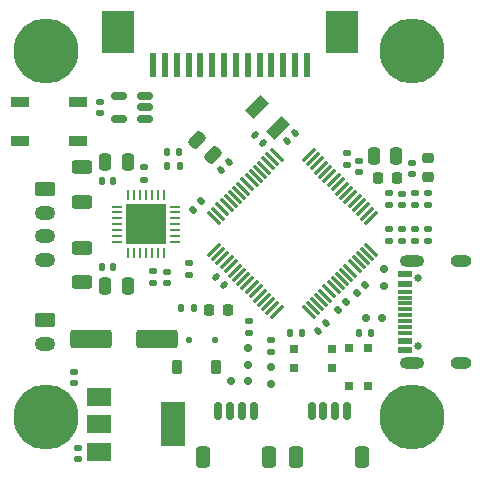
<source format=gbr>
%TF.GenerationSoftware,KiCad,Pcbnew,8.0.3*%
%TF.CreationDate,2024-10-19T15:47:34-04:00*%
%TF.ProjectId,Axis_Basic,41786973-5f42-4617-9369-632e6b696361,rev?*%
%TF.SameCoordinates,Original*%
%TF.FileFunction,Soldermask,Top*%
%TF.FilePolarity,Negative*%
%FSLAX46Y46*%
G04 Gerber Fmt 4.6, Leading zero omitted, Abs format (unit mm)*
G04 Created by KiCad (PCBNEW 8.0.3) date 2024-10-19 15:47:34*
%MOMM*%
%LPD*%
G01*
G04 APERTURE LIST*
G04 Aperture macros list*
%AMRoundRect*
0 Rectangle with rounded corners*
0 $1 Rounding radius*
0 $2 $3 $4 $5 $6 $7 $8 $9 X,Y pos of 4 corners*
0 Add a 4 corners polygon primitive as box body*
4,1,4,$2,$3,$4,$5,$6,$7,$8,$9,$2,$3,0*
0 Add four circle primitives for the rounded corners*
1,1,$1+$1,$2,$3*
1,1,$1+$1,$4,$5*
1,1,$1+$1,$6,$7*
1,1,$1+$1,$8,$9*
0 Add four rect primitives between the rounded corners*
20,1,$1+$1,$2,$3,$4,$5,0*
20,1,$1+$1,$4,$5,$6,$7,0*
20,1,$1+$1,$6,$7,$8,$9,0*
20,1,$1+$1,$8,$9,$2,$3,0*%
%AMRotRect*
0 Rectangle, with rotation*
0 The origin of the aperture is its center*
0 $1 length*
0 $2 width*
0 $3 Rotation angle, in degrees counterclockwise*
0 Add horizontal line*
21,1,$1,$2,0,0,$3*%
G04 Aperture macros list end*
%ADD10RoundRect,0.140000X-0.021213X0.219203X-0.219203X0.021213X0.021213X-0.219203X0.219203X-0.021213X0*%
%ADD11RoundRect,0.135000X-0.185000X0.135000X-0.185000X-0.135000X0.185000X-0.135000X0.185000X0.135000X0*%
%ADD12RoundRect,0.250000X-0.625000X0.350000X-0.625000X-0.350000X0.625000X-0.350000X0.625000X0.350000X0*%
%ADD13O,1.750000X1.200000*%
%ADD14RoundRect,0.140000X0.170000X-0.140000X0.170000X0.140000X-0.170000X0.140000X-0.170000X-0.140000X0*%
%ADD15RoundRect,0.150000X-0.150000X-0.625000X0.150000X-0.625000X0.150000X0.625000X-0.150000X0.625000X0*%
%ADD16RoundRect,0.250000X-0.350000X-0.650000X0.350000X-0.650000X0.350000X0.650000X-0.350000X0.650000X0*%
%ADD17RoundRect,0.150000X0.200000X-0.150000X0.200000X0.150000X-0.200000X0.150000X-0.200000X-0.150000X0*%
%ADD18RoundRect,0.135000X0.185000X-0.135000X0.185000X0.135000X-0.185000X0.135000X-0.185000X-0.135000X0*%
%ADD19R,0.750000X0.700000*%
%ADD20C,5.500000*%
%ADD21RoundRect,0.250000X0.625000X-0.312500X0.625000X0.312500X-0.625000X0.312500X-0.625000X-0.312500X0*%
%ADD22RoundRect,0.250000X0.250000X0.475000X-0.250000X0.475000X-0.250000X-0.475000X0.250000X-0.475000X0*%
%ADD23RoundRect,0.062500X0.062500X-0.337500X0.062500X0.337500X-0.062500X0.337500X-0.062500X-0.337500X0*%
%ADD24RoundRect,0.062500X0.337500X-0.062500X0.337500X0.062500X-0.337500X0.062500X-0.337500X-0.062500X0*%
%ADD25R,3.350000X3.350000*%
%ADD26R,0.610000X2.000000*%
%ADD27R,2.680000X3.600000*%
%ADD28RoundRect,0.140000X-0.170000X0.140000X-0.170000X-0.140000X0.170000X-0.140000X0.170000X0.140000X0*%
%ADD29RoundRect,0.150000X0.512500X0.150000X-0.512500X0.150000X-0.512500X-0.150000X0.512500X-0.150000X0*%
%ADD30RoundRect,0.135000X0.135000X0.185000X-0.135000X0.185000X-0.135000X-0.185000X0.135000X-0.185000X0*%
%ADD31RoundRect,0.140000X0.140000X0.170000X-0.140000X0.170000X-0.140000X-0.170000X0.140000X-0.170000X0*%
%ADD32RoundRect,0.218750X-0.218750X-0.256250X0.218750X-0.256250X0.218750X0.256250X-0.218750X0.256250X0*%
%ADD33R,2.000000X1.500000*%
%ADD34R,2.000000X3.800000*%
%ADD35RoundRect,0.135000X0.035355X-0.226274X0.226274X-0.035355X-0.035355X0.226274X-0.226274X0.035355X0*%
%ADD36RoundRect,0.250000X-0.250000X-0.475000X0.250000X-0.475000X0.250000X0.475000X-0.250000X0.475000X0*%
%ADD37RoundRect,0.150000X-0.150000X-0.200000X0.150000X-0.200000X0.150000X0.200000X-0.150000X0.200000X0*%
%ADD38RoundRect,0.250000X1.500000X0.550000X-1.500000X0.550000X-1.500000X-0.550000X1.500000X-0.550000X0*%
%ADD39RoundRect,0.225000X-0.225000X-0.375000X0.225000X-0.375000X0.225000X0.375000X-0.225000X0.375000X0*%
%ADD40RoundRect,0.140000X-0.219203X-0.021213X-0.021213X-0.219203X0.219203X0.021213X0.021213X0.219203X0*%
%ADD41RoundRect,0.218750X0.256250X-0.218750X0.256250X0.218750X-0.256250X0.218750X-0.256250X-0.218750X0*%
%ADD42R,0.700000X0.750000*%
%ADD43RoundRect,0.135000X-0.135000X-0.185000X0.135000X-0.185000X0.135000X0.185000X-0.135000X0.185000X0*%
%ADD44RoundRect,0.075000X-0.521491X0.415425X0.415425X-0.521491X0.521491X-0.415425X-0.415425X0.521491X0*%
%ADD45RoundRect,0.075000X-0.521491X-0.415425X-0.415425X-0.521491X0.521491X0.415425X0.415425X0.521491X0*%
%ADD46RoundRect,0.250000X0.512652X0.159099X0.159099X0.512652X-0.512652X-0.159099X-0.159099X-0.512652X0*%
%ADD47RoundRect,0.140000X0.021213X-0.219203X0.219203X-0.021213X-0.021213X0.219203X-0.219203X0.021213X0*%
%ADD48RoundRect,0.125000X-0.125000X-0.125000X0.125000X-0.125000X0.125000X0.125000X-0.125000X0.125000X0*%
%ADD49R,1.500000X0.900000*%
%ADD50RoundRect,0.135000X-0.035355X0.226274X-0.226274X0.035355X0.035355X-0.226274X0.226274X-0.035355X0*%
%ADD51C,0.650000*%
%ADD52R,1.150000X0.600000*%
%ADD53R,1.150000X0.300000*%
%ADD54O,2.100000X1.000000*%
%ADD55O,1.800000X1.000000*%
%ADD56RoundRect,0.150000X0.150000X0.200000X-0.150000X0.200000X-0.150000X-0.200000X0.150000X-0.200000X0*%
%ADD57RoundRect,0.250000X-0.625000X0.312500X-0.625000X-0.312500X0.625000X-0.312500X0.625000X0.312500X0*%
%ADD58RotRect,1.000000X1.800000X315.000000*%
%ADD59RoundRect,0.150000X-0.200000X0.150000X-0.200000X-0.150000X0.200000X-0.150000X0.200000X0.150000X0*%
G04 APERTURE END LIST*
D10*
%TO.C,C8*%
X158239411Y-107560589D03*
X157560589Y-108239411D03*
%TD*%
D11*
%TO.C,R11*%
X151700000Y-107390000D03*
X151700000Y-108410000D03*
%TD*%
%TO.C,R7*%
X166900000Y-99590000D03*
X166900000Y-100610000D03*
%TD*%
D12*
%TO.C,J5*%
X134450000Y-107300000D03*
D13*
X134450000Y-109300000D03*
%TD*%
D14*
%TO.C,C1*%
X136900000Y-112680000D03*
X136900000Y-111720000D03*
%TD*%
D15*
%TO.C,J3*%
X157000000Y-115025000D03*
X158000000Y-115025000D03*
X159000000Y-115025000D03*
X160000000Y-115025000D03*
D16*
X155700000Y-118900000D03*
X161300000Y-118900000D03*
%TD*%
D17*
%TO.C,D4*%
X151600000Y-109700000D03*
X151600000Y-111100000D03*
%TD*%
D18*
%TO.C,R3*%
X163600000Y-100610000D03*
X163600000Y-99590000D03*
%TD*%
D19*
%TO.C,SW1*%
X160200000Y-112900000D03*
X160200000Y-109700000D03*
X161800000Y-112900000D03*
X161800000Y-109700000D03*
%TD*%
D20*
%TO.C,H1*%
X165500000Y-115500000D03*
%TD*%
D14*
%TO.C,C9*%
X161000000Y-94780000D03*
X161000000Y-93820000D03*
%TD*%
D21*
%TO.C,R21*%
X137537470Y-97291912D03*
X137537470Y-94366912D03*
%TD*%
D22*
%TO.C,C18*%
X141450000Y-93950000D03*
X139550000Y-93950000D03*
%TD*%
D18*
%TO.C,R6*%
X160000000Y-94210000D03*
X160000000Y-93190000D03*
%TD*%
%TO.C,R16*%
X142800000Y-95410000D03*
X142800000Y-94390000D03*
%TD*%
D23*
%TO.C,U4*%
X141487500Y-101650000D03*
X141987500Y-101650000D03*
X142487500Y-101650000D03*
X142987500Y-101650000D03*
X143487500Y-101650000D03*
X143987500Y-101650000D03*
X144487500Y-101650000D03*
D24*
X145437500Y-100700000D03*
X145437500Y-100200000D03*
X145437500Y-99700000D03*
X145437500Y-99200000D03*
X145437500Y-98700000D03*
X145437500Y-98200000D03*
X145437500Y-97700000D03*
D23*
X144487500Y-96750000D03*
X143987500Y-96750000D03*
X143487500Y-96750000D03*
X142987500Y-96750000D03*
X142487500Y-96750000D03*
X141987500Y-96750000D03*
X141487500Y-96750000D03*
D24*
X140537500Y-97700000D03*
X140537500Y-98200000D03*
X140537500Y-98700000D03*
X140537500Y-99200000D03*
X140537500Y-99700000D03*
X140537500Y-100200000D03*
X140537500Y-100700000D03*
D25*
X142987500Y-99200000D03*
%TD*%
D26*
%TO.C,J6*%
X156600000Y-85750000D03*
X155600000Y-85750000D03*
X154600000Y-85750000D03*
X153600000Y-85750000D03*
X152600000Y-85750000D03*
X151600000Y-85750000D03*
X150600000Y-85750000D03*
X149600000Y-85750000D03*
X148600000Y-85750000D03*
X147600000Y-85750000D03*
X146600000Y-85750000D03*
X145600000Y-85750000D03*
X144600000Y-85750000D03*
X143600000Y-85750000D03*
D27*
X159590000Y-82950000D03*
X140610000Y-82950000D03*
%TD*%
D28*
%TO.C,C14*%
X146600000Y-102520000D03*
X146600000Y-103480000D03*
%TD*%
D29*
%TO.C,U5*%
X142937500Y-90250000D03*
X142937500Y-89300000D03*
X142937500Y-88350000D03*
X140662500Y-88350000D03*
X140662500Y-90250000D03*
%TD*%
D12*
%TO.C,J2*%
X134432353Y-96229412D03*
D13*
X134432353Y-98229412D03*
X134432353Y-100229412D03*
X134432353Y-102229412D03*
%TD*%
D28*
%TO.C,C4*%
X137200000Y-118120000D03*
X137200000Y-119080000D03*
%TD*%
D30*
%TO.C,R19*%
X147010000Y-106300000D03*
X145990000Y-106300000D03*
%TD*%
D31*
%TO.C,C17*%
X140180000Y-102850000D03*
X139220000Y-102850000D03*
%TD*%
D32*
%TO.C,L1*%
X162625000Y-95300000D03*
X164200000Y-95300000D03*
%TD*%
D18*
%TO.C,R13*%
X165800000Y-97610000D03*
X165800000Y-96590000D03*
%TD*%
D33*
%TO.C,U2*%
X139000000Y-113850000D03*
X139000000Y-116150000D03*
D34*
X145300000Y-116150000D03*
D33*
X139000000Y-118450000D03*
%TD*%
D10*
%TO.C,C2*%
X155639411Y-91460589D03*
X154960589Y-92139411D03*
%TD*%
D35*
%TO.C,R10*%
X159239376Y-106460624D03*
X159960624Y-105739376D03*
%TD*%
D36*
%TO.C,C5*%
X162250000Y-93400000D03*
X164150000Y-93400000D03*
%TD*%
D11*
%TO.C,R12*%
X153600000Y-108990000D03*
X153600000Y-110010000D03*
%TD*%
D37*
%TO.C,D7*%
X163000000Y-107100000D03*
X161600000Y-107100000D03*
%TD*%
D20*
%TO.C,H4*%
X165500000Y-84500000D03*
%TD*%
D38*
%TO.C,C21*%
X143900000Y-108950000D03*
X138300000Y-108950000D03*
%TD*%
D32*
%TO.C,D9*%
X148312500Y-106500000D03*
X149887500Y-106500000D03*
%TD*%
D28*
%TO.C,C12*%
X164700000Y-96620000D03*
X164700000Y-97580000D03*
%TD*%
D30*
%TO.C,R2*%
X162010000Y-108400000D03*
X160990000Y-108400000D03*
%TD*%
D15*
%TO.C,J4*%
X149100000Y-115000000D03*
X150100000Y-115000000D03*
X151100000Y-115000000D03*
X152100000Y-115000000D03*
D16*
X147800000Y-118875000D03*
X153400000Y-118875000D03*
%TD*%
D39*
%TO.C,D2*%
X145650000Y-111300000D03*
X148950000Y-111300000D03*
%TD*%
D40*
%TO.C,C11*%
X148910589Y-103660589D03*
X149589411Y-104339411D03*
%TD*%
D18*
%TO.C,R14*%
X163600000Y-97610000D03*
X163600000Y-96590000D03*
%TD*%
D41*
%TO.C,D6*%
X166900000Y-95187500D03*
X166900000Y-93612500D03*
%TD*%
D42*
%TO.C,SW2*%
X158700000Y-111400000D03*
X155500000Y-111400000D03*
X158700000Y-109800000D03*
X155500000Y-109800000D03*
%TD*%
D22*
%TO.C,C20*%
X141450000Y-104400000D03*
X139550000Y-104400000D03*
%TD*%
D28*
%TO.C,C6*%
X165500000Y-94020000D03*
X165500000Y-94980000D03*
%TD*%
D14*
%TO.C,C15*%
X144800000Y-104180000D03*
X144800000Y-103220000D03*
%TD*%
D17*
%TO.C,D3*%
X153600000Y-111300000D03*
X153600000Y-112700000D03*
%TD*%
D43*
%TO.C,R4*%
X144790000Y-93100000D03*
X145810000Y-93100000D03*
%TD*%
D44*
%TO.C,U3*%
X154047658Y-93344357D03*
X153694105Y-93697911D03*
X153340551Y-94051464D03*
X152986998Y-94405018D03*
X152633445Y-94758571D03*
X152279891Y-95112124D03*
X151926338Y-95465678D03*
X151572785Y-95819231D03*
X151219231Y-96172785D03*
X150865678Y-96526338D03*
X150512124Y-96879891D03*
X150158571Y-97233445D03*
X149805018Y-97586998D03*
X149451464Y-97940551D03*
X149097911Y-98294105D03*
X148744357Y-98647658D03*
D45*
X148744357Y-101352342D03*
X149097911Y-101705895D03*
X149451464Y-102059449D03*
X149805018Y-102413002D03*
X150158571Y-102766555D03*
X150512124Y-103120109D03*
X150865678Y-103473662D03*
X151219231Y-103827215D03*
X151572785Y-104180769D03*
X151926338Y-104534322D03*
X152279891Y-104887876D03*
X152633445Y-105241429D03*
X152986998Y-105594982D03*
X153340551Y-105948536D03*
X153694105Y-106302089D03*
X154047658Y-106655643D03*
D44*
X156752342Y-106655643D03*
X157105895Y-106302089D03*
X157459449Y-105948536D03*
X157813002Y-105594982D03*
X158166555Y-105241429D03*
X158520109Y-104887876D03*
X158873662Y-104534322D03*
X159227215Y-104180769D03*
X159580769Y-103827215D03*
X159934322Y-103473662D03*
X160287876Y-103120109D03*
X160641429Y-102766555D03*
X160994982Y-102413002D03*
X161348536Y-102059449D03*
X161702089Y-101705895D03*
X162055643Y-101352342D03*
D45*
X162055643Y-98647658D03*
X161702089Y-98294105D03*
X161348536Y-97940551D03*
X160994982Y-97586998D03*
X160641429Y-97233445D03*
X160287876Y-96879891D03*
X159934322Y-96526338D03*
X159580769Y-96172785D03*
X159227215Y-95819231D03*
X158873662Y-95465678D03*
X158520109Y-95112124D03*
X158166555Y-94758571D03*
X157813002Y-94405018D03*
X157459449Y-94051464D03*
X157105895Y-93697911D03*
X156752342Y-93344357D03*
%TD*%
D28*
%TO.C,C19*%
X139100000Y-88820000D03*
X139100000Y-89780000D03*
%TD*%
D11*
%TO.C,R18*%
X166900000Y-96590000D03*
X166900000Y-97610000D03*
%TD*%
D30*
%TO.C,R17*%
X156220000Y-108400000D03*
X155200000Y-108400000D03*
%TD*%
D31*
%TO.C,C16*%
X140180000Y-95500000D03*
X139220000Y-95500000D03*
%TD*%
D46*
%TO.C,C7*%
X148671751Y-93371751D03*
X147328249Y-92028249D03*
%TD*%
D40*
%TO.C,C3*%
X152210589Y-91610589D03*
X152889411Y-92289411D03*
%TD*%
D28*
%TO.C,C13*%
X143600000Y-103170000D03*
X143600000Y-104130000D03*
%TD*%
D20*
%TO.C,H3*%
X134500000Y-84500000D03*
%TD*%
D47*
%TO.C,C10*%
X149360589Y-94639411D03*
X150039411Y-93960589D03*
%TD*%
D48*
%TO.C,D1*%
X146600000Y-109000000D03*
X148800000Y-109000000D03*
%TD*%
D49*
%TO.C,D10*%
X132350000Y-88850000D03*
X132350000Y-92150000D03*
X137250000Y-92150000D03*
X137250000Y-88850000D03*
%TD*%
D30*
%TO.C,R5*%
X145825000Y-94240000D03*
X144805000Y-94240000D03*
%TD*%
D18*
%TO.C,R8*%
X165800000Y-100610000D03*
X165800000Y-99590000D03*
%TD*%
D50*
%TO.C,R15*%
X147660624Y-97239376D03*
X146939376Y-97960624D03*
%TD*%
D51*
%TO.C,J1*%
X165995000Y-109540000D03*
X165995000Y-103760000D03*
D52*
X164920000Y-109850000D03*
X164920000Y-109050000D03*
D53*
X164920000Y-107900000D03*
X164920000Y-106900000D03*
X164920000Y-106400000D03*
X164920000Y-105400000D03*
D52*
X164920000Y-104250000D03*
X164920000Y-103450000D03*
X164920000Y-103450000D03*
X164920000Y-104250000D03*
D53*
X164920000Y-104900000D03*
X164920000Y-105900000D03*
X164920000Y-107400000D03*
X164920000Y-108400000D03*
D52*
X164920000Y-109050000D03*
X164920000Y-109850000D03*
D54*
X165495000Y-110970000D03*
D55*
X169675000Y-110970000D03*
D54*
X165495000Y-102330000D03*
D55*
X169675000Y-102330000D03*
%TD*%
D56*
%TO.C,D5*%
X150200000Y-112500000D03*
X151600000Y-112500000D03*
%TD*%
D57*
%TO.C,R20*%
X137537470Y-101166912D03*
X137537470Y-104091912D03*
%TD*%
D35*
%TO.C,R9*%
X160839376Y-105060624D03*
X161560624Y-104339376D03*
%TD*%
D20*
%TO.C,H2*%
X134500000Y-115500000D03*
%TD*%
D58*
%TO.C,Y1*%
X154183883Y-91033883D03*
X152416117Y-89266117D03*
%TD*%
D11*
%TO.C,R1*%
X164700000Y-99590000D03*
X164700000Y-100610000D03*
%TD*%
D59*
%TO.C,D8*%
X163100000Y-104400000D03*
X163100000Y-103000000D03*
%TD*%
M02*

</source>
